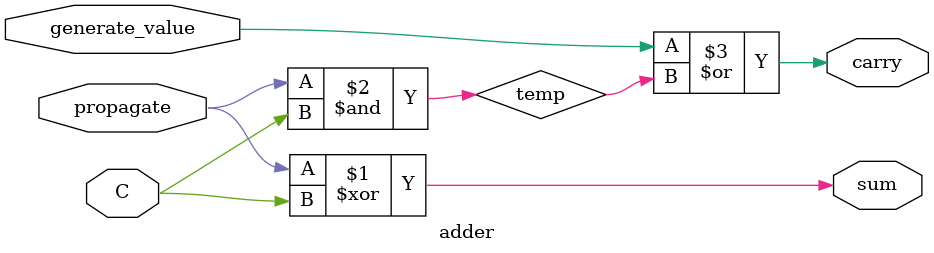
<source format=v>
`timescale 1ns / 1ps


module adder(output sum, 
                    carry,
             input  generate_value, 
                    propagate,
                    C);
    
    wire temp;
    
    xor x2 (sum, propagate, C);
    and a2 (temp, propagate, C);
    or o1 (carry, generate_value, temp);

endmodule

</source>
